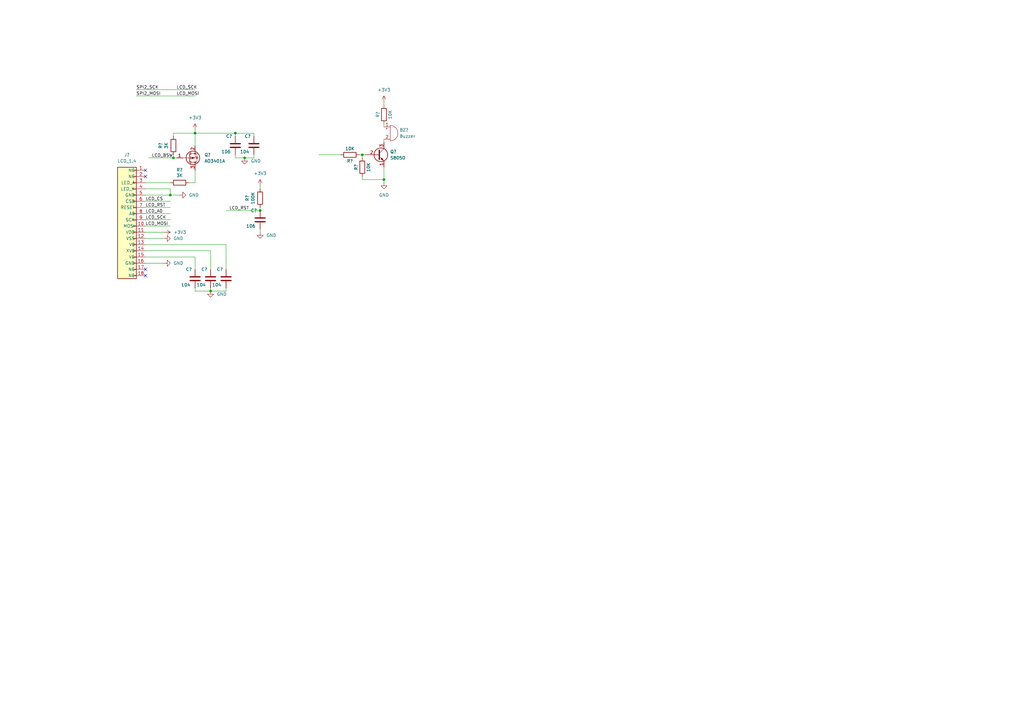
<source format=kicad_sch>
(kicad_sch (version 20211123) (generator eeschema)

  (uuid e63e39d7-6ac0-4ffd-8aa3-1841a4541b55)

  (paper "A3")

  (lib_symbols
    (symbol "Device:Buzzer" (pin_names (offset 0.0254) hide) (in_bom yes) (on_board yes)
      (property "Reference" "BZ" (id 0) (at 3.81 1.27 0)
        (effects (font (size 1.27 1.27)) (justify left))
      )
      (property "Value" "Buzzer" (id 1) (at 3.81 -1.27 0)
        (effects (font (size 1.27 1.27)) (justify left))
      )
      (property "Footprint" "" (id 2) (at -0.635 2.54 90)
        (effects (font (size 1.27 1.27)) hide)
      )
      (property "Datasheet" "~" (id 3) (at -0.635 2.54 90)
        (effects (font (size 1.27 1.27)) hide)
      )
      (property "ki_keywords" "quartz resonator ceramic" (id 4) (at 0 0 0)
        (effects (font (size 1.27 1.27)) hide)
      )
      (property "ki_description" "Buzzer, polarized" (id 5) (at 0 0 0)
        (effects (font (size 1.27 1.27)) hide)
      )
      (property "ki_fp_filters" "*Buzzer*" (id 6) (at 0 0 0)
        (effects (font (size 1.27 1.27)) hide)
      )
      (symbol "Buzzer_0_1"
        (arc (start 0 -3.175) (mid 3.175 0) (end 0 3.175)
          (stroke (width 0) (type default) (color 0 0 0 0))
          (fill (type none))
        )
        (polyline
          (pts
            (xy -1.651 1.905)
            (xy -1.143 1.905)
          )
          (stroke (width 0) (type default) (color 0 0 0 0))
          (fill (type none))
        )
        (polyline
          (pts
            (xy -1.397 2.159)
            (xy -1.397 1.651)
          )
          (stroke (width 0) (type default) (color 0 0 0 0))
          (fill (type none))
        )
        (polyline
          (pts
            (xy 0 3.175)
            (xy 0 -3.175)
          )
          (stroke (width 0) (type default) (color 0 0 0 0))
          (fill (type none))
        )
      )
      (symbol "Buzzer_1_1"
        (pin passive line (at -2.54 2.54 0) (length 2.54)
          (name "-" (effects (font (size 1.27 1.27))))
          (number "1" (effects (font (size 1.27 1.27))))
        )
        (pin passive line (at -2.54 -2.54 0) (length 2.54)
          (name "+" (effects (font (size 1.27 1.27))))
          (number "2" (effects (font (size 1.27 1.27))))
        )
      )
    )
    (symbol "Device:C" (pin_numbers hide) (pin_names (offset 0.254)) (in_bom yes) (on_board yes)
      (property "Reference" "C" (id 0) (at 0.635 2.54 0)
        (effects (font (size 1.27 1.27)) (justify left))
      )
      (property "Value" "C" (id 1) (at 0.635 -2.54 0)
        (effects (font (size 1.27 1.27)) (justify left))
      )
      (property "Footprint" "" (id 2) (at 0.9652 -3.81 0)
        (effects (font (size 1.27 1.27)) hide)
      )
      (property "Datasheet" "~" (id 3) (at 0 0 0)
        (effects (font (size 1.27 1.27)) hide)
      )
      (property "ki_keywords" "cap capacitor" (id 4) (at 0 0 0)
        (effects (font (size 1.27 1.27)) hide)
      )
      (property "ki_description" "Unpolarized capacitor" (id 5) (at 0 0 0)
        (effects (font (size 1.27 1.27)) hide)
      )
      (property "ki_fp_filters" "C_*" (id 6) (at 0 0 0)
        (effects (font (size 1.27 1.27)) hide)
      )
      (symbol "C_0_1"
        (polyline
          (pts
            (xy -2.032 -0.762)
            (xy 2.032 -0.762)
          )
          (stroke (width 0.508) (type default) (color 0 0 0 0))
          (fill (type none))
        )
        (polyline
          (pts
            (xy -2.032 0.762)
            (xy 2.032 0.762)
          )
          (stroke (width 0.508) (type default) (color 0 0 0 0))
          (fill (type none))
        )
      )
      (symbol "C_1_1"
        (pin passive line (at 0 3.81 270) (length 2.794)
          (name "~" (effects (font (size 1.27 1.27))))
          (number "1" (effects (font (size 1.27 1.27))))
        )
        (pin passive line (at 0 -3.81 90) (length 2.794)
          (name "~" (effects (font (size 1.27 1.27))))
          (number "2" (effects (font (size 1.27 1.27))))
        )
      )
    )
    (symbol "Device:R" (pin_numbers hide) (pin_names (offset 0)) (in_bom yes) (on_board yes)
      (property "Reference" "R" (id 0) (at 2.032 0 90)
        (effects (font (size 1.27 1.27)))
      )
      (property "Value" "R" (id 1) (at 0 0 90)
        (effects (font (size 1.27 1.27)))
      )
      (property "Footprint" "" (id 2) (at -1.778 0 90)
        (effects (font (size 1.27 1.27)) hide)
      )
      (property "Datasheet" "~" (id 3) (at 0 0 0)
        (effects (font (size 1.27 1.27)) hide)
      )
      (property "ki_keywords" "R res resistor" (id 4) (at 0 0 0)
        (effects (font (size 1.27 1.27)) hide)
      )
      (property "ki_description" "Resistor" (id 5) (at 0 0 0)
        (effects (font (size 1.27 1.27)) hide)
      )
      (property "ki_fp_filters" "R_*" (id 6) (at 0 0 0)
        (effects (font (size 1.27 1.27)) hide)
      )
      (symbol "R_0_1"
        (rectangle (start -1.016 -2.54) (end 1.016 2.54)
          (stroke (width 0.254) (type default) (color 0 0 0 0))
          (fill (type none))
        )
      )
      (symbol "R_1_1"
        (pin passive line (at 0 3.81 270) (length 1.27)
          (name "~" (effects (font (size 1.27 1.27))))
          (number "1" (effects (font (size 1.27 1.27))))
        )
        (pin passive line (at 0 -3.81 90) (length 1.27)
          (name "~" (effects (font (size 1.27 1.27))))
          (number "2" (effects (font (size 1.27 1.27))))
        )
      )
    )
    (symbol "Transistor_BJT:S8050" (pin_names (offset 0) hide) (in_bom yes) (on_board yes)
      (property "Reference" "Q" (id 0) (at 5.08 1.905 0)
        (effects (font (size 1.27 1.27)) (justify left))
      )
      (property "Value" "S8050" (id 1) (at 5.08 0 0)
        (effects (font (size 1.27 1.27)) (justify left))
      )
      (property "Footprint" "Package_TO_SOT_THT:TO-92_Inline" (id 2) (at 5.08 -1.905 0)
        (effects (font (size 1.27 1.27) italic) (justify left) hide)
      )
      (property "Datasheet" "http://www.unisonic.com.tw/datasheet/S8050.pdf" (id 3) (at 0 0 0)
        (effects (font (size 1.27 1.27)) (justify left) hide)
      )
      (property "ki_keywords" "S8050 NPN Low Voltage High Current Transistor" (id 4) (at 0 0 0)
        (effects (font (size 1.27 1.27)) hide)
      )
      (property "ki_description" "0.7A Ic, 20V Vce, Low Voltage High Current NPN Transistor, TO-92" (id 5) (at 0 0 0)
        (effects (font (size 1.27 1.27)) hide)
      )
      (property "ki_fp_filters" "TO?92*" (id 6) (at 0 0 0)
        (effects (font (size 1.27 1.27)) hide)
      )
      (symbol "S8050_0_1"
        (polyline
          (pts
            (xy 0 0)
            (xy 0.635 0)
          )
          (stroke (width 0) (type default) (color 0 0 0 0))
          (fill (type none))
        )
        (polyline
          (pts
            (xy 0.635 0.635)
            (xy 2.54 2.54)
          )
          (stroke (width 0) (type default) (color 0 0 0 0))
          (fill (type none))
        )
        (polyline
          (pts
            (xy 0.635 -0.635)
            (xy 2.54 -2.54)
            (xy 2.54 -2.54)
          )
          (stroke (width 0) (type default) (color 0 0 0 0))
          (fill (type none))
        )
        (polyline
          (pts
            (xy 0.635 1.905)
            (xy 0.635 -1.905)
            (xy 0.635 -1.905)
          )
          (stroke (width 0.508) (type default) (color 0 0 0 0))
          (fill (type none))
        )
        (polyline
          (pts
            (xy 1.27 -1.778)
            (xy 1.778 -1.27)
            (xy 2.286 -2.286)
            (xy 1.27 -1.778)
            (xy 1.27 -1.778)
          )
          (stroke (width 0) (type default) (color 0 0 0 0))
          (fill (type outline))
        )
        (circle (center 1.27 0) (radius 2.8194)
          (stroke (width 0.254) (type default) (color 0 0 0 0))
          (fill (type none))
        )
      )
      (symbol "S8050_1_1"
        (pin passive line (at 2.54 -5.08 90) (length 2.54)
          (name "E" (effects (font (size 1.27 1.27))))
          (number "1" (effects (font (size 1.27 1.27))))
        )
        (pin input line (at -5.08 0 0) (length 5.08)
          (name "B" (effects (font (size 1.27 1.27))))
          (number "2" (effects (font (size 1.27 1.27))))
        )
        (pin passive line (at 2.54 5.08 270) (length 2.54)
          (name "C" (effects (font (size 1.27 1.27))))
          (number "3" (effects (font (size 1.27 1.27))))
        )
      )
    )
    (symbol "Transistor_FET:AO3401A" (pin_names hide) (in_bom yes) (on_board yes)
      (property "Reference" "Q" (id 0) (at 5.08 1.905 0)
        (effects (font (size 1.27 1.27)) (justify left))
      )
      (property "Value" "AO3401A" (id 1) (at 5.08 0 0)
        (effects (font (size 1.27 1.27)) (justify left))
      )
      (property "Footprint" "Package_TO_SOT_SMD:SOT-23" (id 2) (at 5.08 -1.905 0)
        (effects (font (size 1.27 1.27) italic) (justify left) hide)
      )
      (property "Datasheet" "http://www.aosmd.com/pdfs/datasheet/AO3401A.pdf" (id 3) (at 0 0 0)
        (effects (font (size 1.27 1.27)) (justify left) hide)
      )
      (property "ki_keywords" "P-Channel MOSFET" (id 4) (at 0 0 0)
        (effects (font (size 1.27 1.27)) hide)
      )
      (property "ki_description" "-4.0A Id, -30V Vds, P-Channel MOSFET, SOT-23" (id 5) (at 0 0 0)
        (effects (font (size 1.27 1.27)) hide)
      )
      (property "ki_fp_filters" "SOT?23*" (id 6) (at 0 0 0)
        (effects (font (size 1.27 1.27)) hide)
      )
      (symbol "AO3401A_0_1"
        (polyline
          (pts
            (xy 0.254 0)
            (xy -2.54 0)
          )
          (stroke (width 0) (type default) (color 0 0 0 0))
          (fill (type none))
        )
        (polyline
          (pts
            (xy 0.254 1.905)
            (xy 0.254 -1.905)
          )
          (stroke (width 0.254) (type default) (color 0 0 0 0))
          (fill (type none))
        )
        (polyline
          (pts
            (xy 0.762 -1.27)
            (xy 0.762 -2.286)
          )
          (stroke (width 0.254) (type default) (color 0 0 0 0))
          (fill (type none))
        )
        (polyline
          (pts
            (xy 0.762 0.508)
            (xy 0.762 -0.508)
          )
          (stroke (width 0.254) (type default) (color 0 0 0 0))
          (fill (type none))
        )
        (polyline
          (pts
            (xy 0.762 2.286)
            (xy 0.762 1.27)
          )
          (stroke (width 0.254) (type default) (color 0 0 0 0))
          (fill (type none))
        )
        (polyline
          (pts
            (xy 2.54 2.54)
            (xy 2.54 1.778)
          )
          (stroke (width 0) (type default) (color 0 0 0 0))
          (fill (type none))
        )
        (polyline
          (pts
            (xy 2.54 -2.54)
            (xy 2.54 0)
            (xy 0.762 0)
          )
          (stroke (width 0) (type default) (color 0 0 0 0))
          (fill (type none))
        )
        (polyline
          (pts
            (xy 0.762 1.778)
            (xy 3.302 1.778)
            (xy 3.302 -1.778)
            (xy 0.762 -1.778)
          )
          (stroke (width 0) (type default) (color 0 0 0 0))
          (fill (type none))
        )
        (polyline
          (pts
            (xy 2.286 0)
            (xy 1.27 0.381)
            (xy 1.27 -0.381)
            (xy 2.286 0)
          )
          (stroke (width 0) (type default) (color 0 0 0 0))
          (fill (type outline))
        )
        (polyline
          (pts
            (xy 2.794 -0.508)
            (xy 2.921 -0.381)
            (xy 3.683 -0.381)
            (xy 3.81 -0.254)
          )
          (stroke (width 0) (type default) (color 0 0 0 0))
          (fill (type none))
        )
        (polyline
          (pts
            (xy 3.302 -0.381)
            (xy 2.921 0.254)
            (xy 3.683 0.254)
            (xy 3.302 -0.381)
          )
          (stroke (width 0) (type default) (color 0 0 0 0))
          (fill (type none))
        )
        (circle (center 1.651 0) (radius 2.794)
          (stroke (width 0.254) (type default) (color 0 0 0 0))
          (fill (type none))
        )
        (circle (center 2.54 -1.778) (radius 0.254)
          (stroke (width 0) (type default) (color 0 0 0 0))
          (fill (type outline))
        )
        (circle (center 2.54 1.778) (radius 0.254)
          (stroke (width 0) (type default) (color 0 0 0 0))
          (fill (type outline))
        )
      )
      (symbol "AO3401A_1_1"
        (pin input line (at -5.08 0 0) (length 2.54)
          (name "G" (effects (font (size 1.27 1.27))))
          (number "1" (effects (font (size 1.27 1.27))))
        )
        (pin passive line (at 2.54 -5.08 90) (length 2.54)
          (name "S" (effects (font (size 1.27 1.27))))
          (number "2" (effects (font (size 1.27 1.27))))
        )
        (pin passive line (at 2.54 5.08 270) (length 2.54)
          (name "D" (effects (font (size 1.27 1.27))))
          (number "3" (effects (font (size 1.27 1.27))))
        )
      )
    )
    (symbol "liankest:LCD_1.4" (in_bom yes) (on_board yes)
      (property "Reference" "J" (id 0) (at 0 22.86 0)
        (effects (font (size 1.27 1.27)))
      )
      (property "Value" "LCD_1.4" (id 1) (at 0 -25.4 0)
        (effects (font (size 1.27 1.27)))
      )
      (property "Footprint" "" (id 2) (at -2.54 0 0)
        (effects (font (size 1.27 1.27)) hide)
      )
      (property "Datasheet" "" (id 3) (at -2.54 0 0)
        (effects (font (size 1.27 1.27)) hide)
      )
      (symbol "LCD_1.4_1_1"
        (rectangle (start -3.81 -22.733) (end -2.54 -22.987)
          (stroke (width 0.1524) (type default) (color 0 0 0 0))
          (fill (type none))
        )
        (rectangle (start -3.81 -20.193) (end -2.54 -20.447)
          (stroke (width 0.1524) (type default) (color 0 0 0 0))
          (fill (type none))
        )
        (rectangle (start -3.81 -17.653) (end -2.54 -17.907)
          (stroke (width 0.1524) (type default) (color 0 0 0 0))
          (fill (type none))
        )
        (rectangle (start -3.81 -15.113) (end -2.54 -15.367)
          (stroke (width 0.1524) (type default) (color 0 0 0 0))
          (fill (type none))
        )
        (rectangle (start -3.81 -12.573) (end -2.54 -12.827)
          (stroke (width 0.1524) (type default) (color 0 0 0 0))
          (fill (type none))
        )
        (rectangle (start -3.81 -10.033) (end -2.54 -10.287)
          (stroke (width 0.1524) (type default) (color 0 0 0 0))
          (fill (type none))
        )
        (rectangle (start -3.81 -7.493) (end -2.54 -7.747)
          (stroke (width 0.1524) (type default) (color 0 0 0 0))
          (fill (type none))
        )
        (rectangle (start -3.81 -4.953) (end -2.54 -5.207)
          (stroke (width 0.1524) (type default) (color 0 0 0 0))
          (fill (type none))
        )
        (rectangle (start -3.81 -2.413) (end -2.54 -2.667)
          (stroke (width 0.1524) (type default) (color 0 0 0 0))
          (fill (type none))
        )
        (rectangle (start -3.81 0.127) (end -2.54 -0.127)
          (stroke (width 0.1524) (type default) (color 0 0 0 0))
          (fill (type none))
        )
        (rectangle (start -3.81 2.667) (end -2.54 2.413)
          (stroke (width 0.1524) (type default) (color 0 0 0 0))
          (fill (type none))
        )
        (rectangle (start -3.81 5.207) (end -2.54 4.953)
          (stroke (width 0.1524) (type default) (color 0 0 0 0))
          (fill (type none))
        )
        (rectangle (start -3.81 7.747) (end -2.54 7.493)
          (stroke (width 0.1524) (type default) (color 0 0 0 0))
          (fill (type none))
        )
        (rectangle (start -3.81 10.287) (end -2.54 10.033)
          (stroke (width 0.1524) (type default) (color 0 0 0 0))
          (fill (type none))
        )
        (rectangle (start -3.81 12.827) (end -2.54 12.573)
          (stroke (width 0.1524) (type default) (color 0 0 0 0))
          (fill (type none))
        )
        (rectangle (start -3.81 15.367) (end -2.54 15.113)
          (stroke (width 0.1524) (type default) (color 0 0 0 0))
          (fill (type none))
        )
        (rectangle (start -3.81 17.907) (end -2.54 17.653)
          (stroke (width 0.1524) (type default) (color 0 0 0 0))
          (fill (type none))
        )
        (rectangle (start -3.81 20.447) (end -2.54 20.193)
          (stroke (width 0.1524) (type default) (color 0 0 0 0))
          (fill (type none))
        )
        (rectangle (start -3.81 21.59) (end 3.81 -24.13)
          (stroke (width 0.254) (type default) (color 0 0 0 0))
          (fill (type background))
        )
        (pin passive line (at -7.62 20.32 0) (length 3.81)
          (name "NC" (effects (font (size 1.27 1.27))))
          (number "1" (effects (font (size 1.27 1.27))))
        )
        (pin passive line (at -7.62 -2.54 0) (length 3.81)
          (name "MOSI" (effects (font (size 1.27 1.27))))
          (number "10" (effects (font (size 1.27 1.27))))
        )
        (pin passive line (at -7.62 -5.08 0) (length 3.81)
          (name "VDD" (effects (font (size 1.27 1.27))))
          (number "11" (effects (font (size 1.27 1.27))))
        )
        (pin passive line (at -7.62 -7.62 0) (length 3.81)
          (name "VSS" (effects (font (size 1.27 1.27))))
          (number "12" (effects (font (size 1.27 1.27))))
        )
        (pin passive line (at -7.62 -10.16 0) (length 3.81)
          (name "V0" (effects (font (size 1.27 1.27))))
          (number "13" (effects (font (size 1.27 1.27))))
        )
        (pin passive line (at -7.62 -12.7 0) (length 3.81)
          (name "XV0" (effects (font (size 1.27 1.27))))
          (number "14" (effects (font (size 1.27 1.27))))
        )
        (pin passive line (at -7.62 -15.24 0) (length 3.81)
          (name "VG" (effects (font (size 1.27 1.27))))
          (number "15" (effects (font (size 1.27 1.27))))
        )
        (pin passive line (at -7.62 -17.78 0) (length 3.81)
          (name "GND" (effects (font (size 1.27 1.27))))
          (number "16" (effects (font (size 1.27 1.27))))
        )
        (pin passive line (at -7.62 -20.32 0) (length 3.81)
          (name "NC" (effects (font (size 1.27 1.27))))
          (number "17" (effects (font (size 1.27 1.27))))
        )
        (pin passive line (at -7.62 -22.86 0) (length 3.81)
          (name "NC" (effects (font (size 1.27 1.27))))
          (number "18" (effects (font (size 1.27 1.27))))
        )
        (pin passive line (at -7.62 17.78 0) (length 3.81)
          (name "NC" (effects (font (size 1.27 1.27))))
          (number "2" (effects (font (size 1.27 1.27))))
        )
        (pin passive line (at -7.62 15.24 0) (length 3.81)
          (name "LED_A" (effects (font (size 1.27 1.27))))
          (number "3" (effects (font (size 1.27 1.27))))
        )
        (pin passive line (at -7.62 12.7 0) (length 3.81)
          (name "LED_K" (effects (font (size 1.27 1.27))))
          (number "4" (effects (font (size 1.27 1.27))))
        )
        (pin passive line (at -7.62 10.16 0) (length 3.81)
          (name "GND" (effects (font (size 1.27 1.27))))
          (number "5" (effects (font (size 1.27 1.27))))
        )
        (pin passive line (at -7.62 7.62 0) (length 3.81)
          (name "CSB" (effects (font (size 1.27 1.27))))
          (number "6" (effects (font (size 1.27 1.27))))
        )
        (pin passive line (at -7.62 5.08 0) (length 3.81)
          (name "RESET" (effects (font (size 1.27 1.27))))
          (number "7" (effects (font (size 1.27 1.27))))
        )
        (pin passive line (at -7.62 2.54 0) (length 3.81)
          (name "A0" (effects (font (size 1.27 1.27))))
          (number "8" (effects (font (size 1.27 1.27))))
        )
        (pin passive line (at -7.62 0 0) (length 3.81)
          (name "SCK" (effects (font (size 1.27 1.27))))
          (number "9" (effects (font (size 1.27 1.27))))
        )
      )
    )
    (symbol "power:+3V3" (power) (pin_names (offset 0)) (in_bom yes) (on_board yes)
      (property "Reference" "#PWR" (id 0) (at 0 -3.81 0)
        (effects (font (size 1.27 1.27)) hide)
      )
      (property "Value" "+3V3" (id 1) (at 0 3.556 0)
        (effects (font (size 1.27 1.27)))
      )
      (property "Footprint" "" (id 2) (at 0 0 0)
        (effects (font (size 1.27 1.27)) hide)
      )
      (property "Datasheet" "" (id 3) (at 0 0 0)
        (effects (font (size 1.27 1.27)) hide)
      )
      (property "ki_keywords" "power-flag" (id 4) (at 0 0 0)
        (effects (font (size 1.27 1.27)) hide)
      )
      (property "ki_description" "Power symbol creates a global label with name \"+3V3\"" (id 5) (at 0 0 0)
        (effects (font (size 1.27 1.27)) hide)
      )
      (symbol "+3V3_0_1"
        (polyline
          (pts
            (xy -0.762 1.27)
            (xy 0 2.54)
          )
          (stroke (width 0) (type default) (color 0 0 0 0))
          (fill (type none))
        )
        (polyline
          (pts
            (xy 0 0)
            (xy 0 2.54)
          )
          (stroke (width 0) (type default) (color 0 0 0 0))
          (fill (type none))
        )
        (polyline
          (pts
            (xy 0 2.54)
            (xy 0.762 1.27)
          )
          (stroke (width 0) (type default) (color 0 0 0 0))
          (fill (type none))
        )
      )
      (symbol "+3V3_1_1"
        (pin power_in line (at 0 0 90) (length 0) hide
          (name "+3V3" (effects (font (size 1.27 1.27))))
          (number "1" (effects (font (size 1.27 1.27))))
        )
      )
    )
    (symbol "power:GND" (power) (pin_names (offset 0)) (in_bom yes) (on_board yes)
      (property "Reference" "#PWR" (id 0) (at 0 -6.35 0)
        (effects (font (size 1.27 1.27)) hide)
      )
      (property "Value" "GND" (id 1) (at 0 -3.81 0)
        (effects (font (size 1.27 1.27)))
      )
      (property "Footprint" "" (id 2) (at 0 0 0)
        (effects (font (size 1.27 1.27)) hide)
      )
      (property "Datasheet" "" (id 3) (at 0 0 0)
        (effects (font (size 1.27 1.27)) hide)
      )
      (property "ki_keywords" "power-flag" (id 4) (at 0 0 0)
        (effects (font (size 1.27 1.27)) hide)
      )
      (property "ki_description" "Power symbol creates a global label with name \"GND\" , ground" (id 5) (at 0 0 0)
        (effects (font (size 1.27 1.27)) hide)
      )
      (symbol "GND_0_1"
        (polyline
          (pts
            (xy 0 0)
            (xy 0 -1.27)
            (xy 1.27 -1.27)
            (xy 0 -2.54)
            (xy -1.27 -1.27)
            (xy 0 -1.27)
          )
          (stroke (width 0) (type default) (color 0 0 0 0))
          (fill (type none))
        )
      )
      (symbol "GND_1_1"
        (pin power_in line (at 0 0 270) (length 0) hide
          (name "GND" (effects (font (size 1.27 1.27))))
          (number "1" (effects (font (size 1.27 1.27))))
        )
      )
    )
  )

  (junction (at 80.01 54.61) (diameter 0) (color 0 0 0 0)
    (uuid 0d993e48-cea3-4104-9c5a-d8f97b64a3ac)
  )
  (junction (at 100.33 64.77) (diameter 0) (color 0 0 0 0)
    (uuid 12c8f4c9-cb79-4390-b96c-a717c693de17)
  )
  (junction (at 71.12 64.77) (diameter 0) (color 0 0 0 0)
    (uuid 18f1018d-5857-4c32-a072-f3de80352f74)
  )
  (junction (at 148.59 63.5) (diameter 0) (color 0 0 0 0)
    (uuid 42ff79f5-7aba-4233-be21-4072d4762c22)
  )
  (junction (at 106.68 86.36) (diameter 0) (color 0 0 0 0)
    (uuid 4d2fd49e-2cb2-44d4-8935-68488970d97b)
  )
  (junction (at 69.85 80.01) (diameter 0) (color 0 0 0 0)
    (uuid 7668b629-abd6-4e14-be84-df90ae487fc6)
  )
  (junction (at 157.48 73.66) (diameter 0) (color 0 0 0 0)
    (uuid 8b17bf9b-ceaa-4b5b-9470-7691c81aa79a)
  )
  (junction (at 96.52 54.61) (diameter 0) (color 0 0 0 0)
    (uuid ca6e2466-a90a-4dab-be16-b070610e5087)
  )
  (junction (at 86.36 119.38) (diameter 0) (color 0 0 0 0)
    (uuid e8274862-c966-456a-98d5-9c42f72963c1)
  )

  (no_connect (at 59.69 113.03) (uuid 6ae963fb-e34f-4e11-9adf-78839a5b2ef1))
  (no_connect (at 59.69 69.85) (uuid bd085057-7c0e-463a-982b-968a2dc1f0f8))
  (no_connect (at 59.69 72.39) (uuid c66a19ed-90c0-4502-ae75-6a4c4ab9f297))
  (no_connect (at 59.69 110.49) (uuid d45d1afe-78e6-4045-862c-b274469da903))

  (wire (pts (xy 157.48 50.8) (xy 157.48 52.07))
    (stroke (width 0) (type default) (color 0 0 0 0))
    (uuid 100d2a3a-3563-41d1-8d8a-ddb39323c253)
  )
  (wire (pts (xy 148.59 72.39) (xy 148.59 73.66))
    (stroke (width 0) (type default) (color 0 0 0 0))
    (uuid 1038bc53-99de-4b70-8cfd-480964829b95)
  )
  (wire (pts (xy 100.33 64.77) (xy 104.14 64.77))
    (stroke (width 0) (type default) (color 0 0 0 0))
    (uuid 12f8e43c-8f83-48d3-a9b5-5f3ebc0b6c43)
  )
  (wire (pts (xy 148.59 63.5) (xy 149.86 63.5))
    (stroke (width 0) (type default) (color 0 0 0 0))
    (uuid 1c0ca95e-1ebf-4fcc-b5f0-fb87d0329255)
  )
  (wire (pts (xy 96.52 63.5) (xy 96.52 64.77))
    (stroke (width 0) (type default) (color 0 0 0 0))
    (uuid 1cc5480b-56b7-4379-98e2-ccafc88911a7)
  )
  (wire (pts (xy 86.36 118.11) (xy 86.36 119.38))
    (stroke (width 0) (type default) (color 0 0 0 0))
    (uuid 2028d85e-9e27-4758-8c0b-559fad072813)
  )
  (wire (pts (xy 80.01 54.61) (xy 71.12 54.61))
    (stroke (width 0) (type default) (color 0 0 0 0))
    (uuid 20901d7e-a300-4069-8967-a6a7e97a68bc)
  )
  (wire (pts (xy 55.88 36.83) (xy 80.01 36.83))
    (stroke (width 0) (type default) (color 0 0 0 0))
    (uuid 22962957-1efd-404d-83db-5b233b6c15b0)
  )
  (wire (pts (xy 106.68 93.98) (xy 106.68 95.25))
    (stroke (width 0) (type default) (color 0 0 0 0))
    (uuid 22c28634-55a5-4f76-9217-6b70ddd108b8)
  )
  (wire (pts (xy 69.85 77.47) (xy 69.85 80.01))
    (stroke (width 0) (type default) (color 0 0 0 0))
    (uuid 275b6416-db29-42cc-9307-bf426917c3b4)
  )
  (wire (pts (xy 80.01 54.61) (xy 80.01 59.69))
    (stroke (width 0) (type default) (color 0 0 0 0))
    (uuid 29126f72-63f7-4275-8b12-6b96a71c6f17)
  )
  (wire (pts (xy 59.69 100.33) (xy 92.71 100.33))
    (stroke (width 0) (type default) (color 0 0 0 0))
    (uuid 291935ec-f8ff-41f0-8717-e68b8af7b8c1)
  )
  (wire (pts (xy 59.69 82.55) (xy 69.85 82.55))
    (stroke (width 0) (type default) (color 0 0 0 0))
    (uuid 31bfc3e7-147b-4531-a0c5-e3a305c1647d)
  )
  (wire (pts (xy 80.01 105.41) (xy 80.01 110.49))
    (stroke (width 0) (type default) (color 0 0 0 0))
    (uuid 363189af-2faa-46a4-b025-5a779d801f2e)
  )
  (wire (pts (xy 69.85 80.01) (xy 73.66 80.01))
    (stroke (width 0) (type default) (color 0 0 0 0))
    (uuid 37657eee-b379-4145-b65d-79c82b53e49e)
  )
  (wire (pts (xy 59.69 80.01) (xy 69.85 80.01))
    (stroke (width 0) (type default) (color 0 0 0 0))
    (uuid 3c22d605-7855-4cc6-8ad2-906cadbd02dc)
  )
  (wire (pts (xy 59.69 85.09) (xy 69.85 85.09))
    (stroke (width 0) (type default) (color 0 0 0 0))
    (uuid 3e87b259-dfc1-4885-8dcf-7e7ae39674ed)
  )
  (wire (pts (xy 86.36 119.38) (xy 80.01 119.38))
    (stroke (width 0) (type default) (color 0 0 0 0))
    (uuid 406d491e-5b01-46dc-a768-fd0992cdb346)
  )
  (wire (pts (xy 92.71 118.11) (xy 92.71 119.38))
    (stroke (width 0) (type default) (color 0 0 0 0))
    (uuid 44b926bf-8bdd-4191-846d-2dfabab2cecb)
  )
  (wire (pts (xy 59.69 102.87) (xy 86.36 102.87))
    (stroke (width 0) (type default) (color 0 0 0 0))
    (uuid 49a65079-57a9-46fc-8711-1d7f2cab8dbf)
  )
  (wire (pts (xy 80.01 74.93) (xy 77.47 74.93))
    (stroke (width 0) (type default) (color 0 0 0 0))
    (uuid 4bbde53d-6894-4e18-9480-84a6a26d5f6b)
  )
  (wire (pts (xy 92.71 119.38) (xy 86.36 119.38))
    (stroke (width 0) (type default) (color 0 0 0 0))
    (uuid 58126faf-01a4-4f91-8e8c-ca9e47b48048)
  )
  (wire (pts (xy 59.69 95.25) (xy 67.31 95.25))
    (stroke (width 0) (type default) (color 0 0 0 0))
    (uuid 5bab6a37-1fdf-4cf8-b571-44c962ed86e9)
  )
  (wire (pts (xy 104.14 64.77) (xy 104.14 63.5))
    (stroke (width 0) (type default) (color 0 0 0 0))
    (uuid 5f38bdb2-3657-474e-8e86-d6bb0b298110)
  )
  (wire (pts (xy 157.48 73.66) (xy 157.48 74.93))
    (stroke (width 0) (type default) (color 0 0 0 0))
    (uuid 603fc6dd-4690-4fc8-8b44-56d17ed63c5e)
  )
  (wire (pts (xy 80.01 119.38) (xy 80.01 118.11))
    (stroke (width 0) (type default) (color 0 0 0 0))
    (uuid 722636b6-8ff0-452f-9357-23deb317d921)
  )
  (wire (pts (xy 148.59 63.5) (xy 148.59 64.77))
    (stroke (width 0) (type default) (color 0 0 0 0))
    (uuid 76160d84-5901-4339-b303-3b1762fa2db1)
  )
  (wire (pts (xy 96.52 54.61) (xy 96.52 55.88))
    (stroke (width 0) (type default) (color 0 0 0 0))
    (uuid 7bea05d4-1dec-4cd6-aa53-302dde803254)
  )
  (wire (pts (xy 59.69 87.63) (xy 69.85 87.63))
    (stroke (width 0) (type default) (color 0 0 0 0))
    (uuid 7f064424-06a6-4f5b-87d6-1970ae527766)
  )
  (wire (pts (xy 96.52 54.61) (xy 104.14 54.61))
    (stroke (width 0) (type default) (color 0 0 0 0))
    (uuid 851f3d61-ba3b-4e6e-abd4-cafa4d9b64cb)
  )
  (wire (pts (xy 86.36 102.87) (xy 86.36 110.49))
    (stroke (width 0) (type default) (color 0 0 0 0))
    (uuid 87ba184f-bff5-4989-8217-6af375cc3dd8)
  )
  (wire (pts (xy 59.69 105.41) (xy 80.01 105.41))
    (stroke (width 0) (type default) (color 0 0 0 0))
    (uuid 88deea08-baa5-4041-beb7-01c299cf00e6)
  )
  (wire (pts (xy 71.12 63.5) (xy 71.12 64.77))
    (stroke (width 0) (type default) (color 0 0 0 0))
    (uuid 8bd46048-cab7-4adf-af9a-bc2710c1894c)
  )
  (wire (pts (xy 55.88 39.37) (xy 80.01 39.37))
    (stroke (width 0) (type default) (color 0 0 0 0))
    (uuid 8eb98c56-17e4-4de6-a3e3-06dcfa392040)
  )
  (wire (pts (xy 59.69 74.93) (xy 69.85 74.93))
    (stroke (width 0) (type default) (color 0 0 0 0))
    (uuid 91fc5800-6029-46b1-848d-ca0091f97267)
  )
  (wire (pts (xy 59.69 107.95) (xy 67.31 107.95))
    (stroke (width 0) (type default) (color 0 0 0 0))
    (uuid 92f063a3-7cce-4a96-8a3a-cf5767f700c6)
  )
  (wire (pts (xy 96.52 64.77) (xy 100.33 64.77))
    (stroke (width 0) (type default) (color 0 0 0 0))
    (uuid 9a8ad8bb-d9a9-4b2b-bc88-ea6fd2676d45)
  )
  (wire (pts (xy 157.48 41.91) (xy 157.48 43.18))
    (stroke (width 0) (type default) (color 0 0 0 0))
    (uuid a456bd40-b2fd-424c-b931-b7b320bd8eee)
  )
  (wire (pts (xy 104.14 54.61) (xy 104.14 55.88))
    (stroke (width 0) (type default) (color 0 0 0 0))
    (uuid a5362821-c161-4c7a-a00c-40e1d7472d56)
  )
  (wire (pts (xy 59.69 97.79) (xy 67.31 97.79))
    (stroke (width 0) (type default) (color 0 0 0 0))
    (uuid ad4d05f5-6957-42f8-b65c-c657b9a26485)
  )
  (wire (pts (xy 80.01 54.61) (xy 96.52 54.61))
    (stroke (width 0) (type default) (color 0 0 0 0))
    (uuid af186015-d283-4209-aade-a247e5de01df)
  )
  (wire (pts (xy 157.48 68.58) (xy 157.48 73.66))
    (stroke (width 0) (type default) (color 0 0 0 0))
    (uuid b6830578-f2fe-492b-aac6-727ca18df6ba)
  )
  (wire (pts (xy 59.69 77.47) (xy 69.85 77.47))
    (stroke (width 0) (type default) (color 0 0 0 0))
    (uuid bb8162f0-99c8-4884-be5b-c0d0c7e81ff6)
  )
  (wire (pts (xy 80.01 53.34) (xy 80.01 54.61))
    (stroke (width 0) (type default) (color 0 0 0 0))
    (uuid c8ab8246-b2bb-4b06-b45e-2548482466fd)
  )
  (wire (pts (xy 71.12 54.61) (xy 71.12 55.88))
    (stroke (width 0) (type default) (color 0 0 0 0))
    (uuid cf21dfe3-ab4f-4ad9-b7cf-dc892d833b13)
  )
  (wire (pts (xy 148.59 73.66) (xy 157.48 73.66))
    (stroke (width 0) (type default) (color 0 0 0 0))
    (uuid da4ad6f3-5f0a-4c19-ae8d-5aa0f1ec37b7)
  )
  (wire (pts (xy 71.12 64.77) (xy 72.39 64.77))
    (stroke (width 0) (type default) (color 0 0 0 0))
    (uuid db1ed10a-ef86-43bf-93dc-9be76327f6d2)
  )
  (wire (pts (xy 147.32 63.5) (xy 148.59 63.5))
    (stroke (width 0) (type default) (color 0 0 0 0))
    (uuid de4015a2-9976-423c-a677-778e53a0caa0)
  )
  (wire (pts (xy 92.71 100.33) (xy 92.71 110.49))
    (stroke (width 0) (type default) (color 0 0 0 0))
    (uuid de552ae9-cde6-4643-8cc7-9de2579dadae)
  )
  (wire (pts (xy 60.96 64.77) (xy 71.12 64.77))
    (stroke (width 0) (type default) (color 0 0 0 0))
    (uuid e70d061b-28f0-4421-ad15-0598604086e8)
  )
  (wire (pts (xy 106.68 76.2) (xy 106.68 77.47))
    (stroke (width 0) (type default) (color 0 0 0 0))
    (uuid eaa0d51a-ee4e-4d3a-a801-bddb7027e94c)
  )
  (wire (pts (xy 92.71 86.36) (xy 106.68 86.36))
    (stroke (width 0) (type default) (color 0 0 0 0))
    (uuid f220d6a7-3170-4e04-8de6-2df0c3962fe0)
  )
  (wire (pts (xy 80.01 69.85) (xy 80.01 74.93))
    (stroke (width 0) (type default) (color 0 0 0 0))
    (uuid f23ac723-a36d-491d-9473-7ec0ffed332d)
  )
  (wire (pts (xy 59.69 90.17) (xy 69.85 90.17))
    (stroke (width 0) (type default) (color 0 0 0 0))
    (uuid f67bbef3-6f59-49ba-8890-d1f9dc9f9ad6)
  )
  (wire (pts (xy 130.81 63.5) (xy 139.7 63.5))
    (stroke (width 0) (type default) (color 0 0 0 0))
    (uuid f8db0788-75ad-42bb-8a8f-72f43869f52c)
  )
  (wire (pts (xy 106.68 85.09) (xy 106.68 86.36))
    (stroke (width 0) (type default) (color 0 0 0 0))
    (uuid f934a442-23d6-4e5b-908f-bb9199ad6f8b)
  )
  (wire (pts (xy 157.48 57.15) (xy 157.48 58.42))
    (stroke (width 0) (type default) (color 0 0 0 0))
    (uuid fbea2f66-5919-46cb-88a8-1e85e390f5d3)
  )
  (wire (pts (xy 59.69 92.71) (xy 69.85 92.71))
    (stroke (width 0) (type default) (color 0 0 0 0))
    (uuid fe6d9604-2924-4f38-950b-a31e8a281973)
  )

  (label "LCD_SCK" (at 72.39 36.83 0)
    (effects (font (size 1.27 1.27)) (justify left bottom))
    (uuid 0554bea0-89b2-4e25-9ea3-4c73921c94cb)
  )
  (label "LCD_A0" (at 59.69 87.63 0)
    (effects (font (size 1.27 1.27)) (justify left bottom))
    (uuid 254f7cc6-cee1-44ca-9afe-939b318201aa)
  )
  (label "LCD_RST" (at 93.98 86.36 0)
    (effects (font (size 1.27 1.27)) (justify left bottom))
    (uuid 386faf3f-2adf-472a-84bf-bd511edf2429)
  )
  (label "LCD_SCK" (at 59.69 90.17 0)
    (effects (font (size 1.27 1.27)) (justify left bottom))
    (uuid 5f48b0f2-82cf-40ce-afac-440f97643c36)
  )
  (label "LCD_CS" (at 59.69 82.55 0)
    (effects (font (size 1.27 1.27)) (justify left bottom))
    (uuid 73ee7e03-97a8-4121-b568-c25f3934a935)
  )
  (label "SPI2_SCK" (at 55.88 36.83 0)
    (effects (font (size 1.27 1.27)) (justify left bottom))
    (uuid 88606262-3ac5-44a1-aacc-18b26cf4d396)
  )
  (label "SPI2_MOSI" (at 55.88 39.37 0)
    (effects (font (size 1.27 1.27)) (justify left bottom))
    (uuid 8d063f79-9282-4820-bcf4-1ff3c006cf08)
  )
  (label "LCD_BSW" (at 62.23 64.77 0)
    (effects (font (size 1.27 1.27)) (justify left bottom))
    (uuid 992a2b00-5e28-4edd-88b5-994891512d8d)
  )
  (label "LCD_RST" (at 59.69 85.09 0)
    (effects (font (size 1.27 1.27)) (justify left bottom))
    (uuid ba116096-3ccc-4cc8-a185-5325439e4e24)
  )
  (label "LCD_MOSI" (at 72.39 39.37 0)
    (effects (font (size 1.27 1.27)) (justify left bottom))
    (uuid cd1cff81-9d8a-4511-96d6-4ddb79484001)
  )
  (label "LCD_MOSI" (at 59.69 92.71 0)
    (effects (font (size 1.27 1.27)) (justify left bottom))
    (uuid f503ea07-bcf1-4924-930a-6f7e9cd312f8)
  )

  (symbol (lib_id "Device:C") (at 92.71 114.3 0) (unit 1)
    (in_bom yes) (on_board yes)
    (uuid 0b110cbc-e477-4bdc-9c81-26a3d588d354)
    (property "Reference" "C?" (id 0) (at 90.17 110.49 0))
    (property "Value" "104" (id 1) (at 88.9 116.84 0))
    (property "Footprint" "Capacitor_SMD:C_0603_1608Metric" (id 2) (at 93.6752 118.11 0)
      (effects (font (size 1.27 1.27)) hide)
    )
    (property "Datasheet" "~" (id 3) (at 92.71 114.3 0)
      (effects (font (size 1.27 1.27)) hide)
    )
    (pin "1" (uuid 044de712-d3da-40ed-9c9f-d91ef285c74c))
    (pin "2" (uuid 83e349fb-6338-43f9-ad3f-2e7f4b8bb4a9))
  )

  (symbol (lib_id "Device:Buzzer") (at 160.02 54.61 0) (unit 1)
    (in_bom yes) (on_board yes) (fields_autoplaced)
    (uuid 1d9e652f-f434-4f26-b3a7-c8424bc52deb)
    (property "Reference" "BZ?" (id 0) (at 163.83 53.3399 0)
      (effects (font (size 1.27 1.27)) (justify left))
    )
    (property "Value" "Buzzer" (id 1) (at 163.83 55.8799 0)
      (effects (font (size 1.27 1.27)) (justify left))
    )
    (property "Footprint" "" (id 2) (at 159.385 52.07 90)
      (effects (font (size 1.27 1.27)) hide)
    )
    (property "Datasheet" "~" (id 3) (at 159.385 52.07 90)
      (effects (font (size 1.27 1.27)) hide)
    )
    (pin "1" (uuid c3341a14-6e90-4cd3-abd7-f1075701d173))
    (pin "2" (uuid 3cd8e57b-7a37-486d-aa9c-3968fc216d22))
  )

  (symbol (lib_id "power:+3V3") (at 106.68 76.2 0) (unit 1)
    (in_bom yes) (on_board yes) (fields_autoplaced)
    (uuid 2518d4ea-25cc-4e57-a0d6-8482034e7318)
    (property "Reference" "#PWR?" (id 0) (at 106.68 80.01 0)
      (effects (font (size 1.27 1.27)) hide)
    )
    (property "Value" "+3V3" (id 1) (at 106.68 71.12 0))
    (property "Footprint" "" (id 2) (at 106.68 76.2 0)
      (effects (font (size 1.27 1.27)) hide)
    )
    (property "Datasheet" "" (id 3) (at 106.68 76.2 0)
      (effects (font (size 1.27 1.27)) hide)
    )
    (pin "1" (uuid e69c64f9-717d-4a97-b3df-80325ec2fa63))
  )

  (symbol (lib_id "liankest:LCD_1.4") (at 52.07 90.17 0) (mirror y) (unit 1)
    (in_bom yes) (on_board yes) (fields_autoplaced)
    (uuid 319c683d-aed6-4e7d-aee2-ff9871746d52)
    (property "Reference" "J?" (id 0) (at 52.07 63.5 0))
    (property "Value" "LCD_1.4" (id 1) (at 52.07 66.04 0))
    (property "Footprint" "" (id 2) (at 54.61 90.17 0)
      (effects (font (size 1.27 1.27)) hide)
    )
    (property "Datasheet" "" (id 3) (at 54.61 90.17 0)
      (effects (font (size 1.27 1.27)) hide)
    )
    (pin "1" (uuid 2f3fba7a-cf45-4bd8-9035-07e6fa0b4732))
    (pin "10" (uuid cb1a49ef-0a06-4f40-9008-61d1d1c36198))
    (pin "11" (uuid 0f0f7bb5-ade7-4a81-82b4-43be6a8ad05c))
    (pin "12" (uuid 5e6153e6-2c19-46de-9a8e-b310a2a07861))
    (pin "13" (uuid 4346fe55-f906-453a-b81a-1c013104a598))
    (pin "14" (uuid c512fed3-9770-476b-b048-e781b4f3cd72))
    (pin "15" (uuid 56d2bc5d-fd72-4542-ab0f-053a5fd60efa))
    (pin "16" (uuid 09bbea88-8bd7-48ec-baae-1b4a9a11a40e))
    (pin "17" (uuid 41c18011-40db-4384-9ba4-c0158d0d9d6a))
    (pin "18" (uuid 0fb27e11-fde6-4a25-adbb-e9684771b369))
    (pin "2" (uuid 08ec951f-e7eb-41cf-9589-697107a98e88))
    (pin "3" (uuid 2eea20e6-112c-411a-b615-885ae773135a))
    (pin "4" (uuid 49fec31e-3712-4229-8142-b191d90a97d0))
    (pin "5" (uuid 022502e0-e724-4b75-bc35-3c5984dbeb76))
    (pin "6" (uuid d655bb0a-cbf9-4908-ad60-7024ff468fbd))
    (pin "7" (uuid 9f969b13-1795-4747-8326-93bdc304ed56))
    (pin "8" (uuid b9d4de74-d246-495d-8b63-12ab2133d6d6))
    (pin "9" (uuid 66ca01b3-51ff-4294-9b77-4492e98f6aec))
  )

  (symbol (lib_id "Device:C") (at 86.36 114.3 0) (unit 1)
    (in_bom yes) (on_board yes)
    (uuid 3f96e159-1f3b-4ee7-a46e-e60d78f2137a)
    (property "Reference" "C?" (id 0) (at 83.82 110.49 0))
    (property "Value" "104" (id 1) (at 82.55 116.84 0))
    (property "Footprint" "Capacitor_SMD:C_0603_1608Metric" (id 2) (at 87.3252 118.11 0)
      (effects (font (size 1.27 1.27)) hide)
    )
    (property "Datasheet" "~" (id 3) (at 86.36 114.3 0)
      (effects (font (size 1.27 1.27)) hide)
    )
    (pin "1" (uuid 77aa6db5-9b8d-4983-b88e-30fe5af25975))
    (pin "2" (uuid 0e0f9829-27a5-43b2-a0ae-121d3ce72ef4))
  )

  (symbol (lib_id "power:GND") (at 86.36 119.38 0) (unit 1)
    (in_bom yes) (on_board yes) (fields_autoplaced)
    (uuid 3fa05934-8ad1-40a9-af5c-98ad298eb412)
    (property "Reference" "#PWR?" (id 0) (at 86.36 125.73 0)
      (effects (font (size 1.27 1.27)) hide)
    )
    (property "Value" "GND" (id 1) (at 88.9 120.6499 0)
      (effects (font (size 1.27 1.27)) (justify left))
    )
    (property "Footprint" "" (id 2) (at 86.36 119.38 0)
      (effects (font (size 1.27 1.27)) hide)
    )
    (property "Datasheet" "" (id 3) (at 86.36 119.38 0)
      (effects (font (size 1.27 1.27)) hide)
    )
    (pin "1" (uuid 5eb16f0d-ef1e-4549-97a1-19cd06ad7236))
  )

  (symbol (lib_id "Device:R") (at 73.66 74.93 270) (unit 1)
    (in_bom yes) (on_board yes)
    (uuid 57f248a7-365e-4c42-b80d-5a7d1f9dfaf3)
    (property "Reference" "R?" (id 0) (at 73.66 69.6722 90))
    (property "Value" "3K" (id 1) (at 73.66 71.9836 90))
    (property "Footprint" "Resistor_SMD:R_0603_1608Metric" (id 2) (at 73.66 73.152 90)
      (effects (font (size 1.27 1.27)) hide)
    )
    (property "Datasheet" "~" (id 3) (at 73.66 74.93 0)
      (effects (font (size 1.27 1.27)) hide)
    )
    (pin "1" (uuid 1bd80cf9-f42a-4aee-a408-9dbf4e81e625))
    (pin "2" (uuid 80095e91-6317-4cfb-9aea-884c9a1accc5))
  )

  (symbol (lib_id "Transistor_BJT:S8050") (at 154.94 63.5 0) (unit 1)
    (in_bom yes) (on_board yes) (fields_autoplaced)
    (uuid 67fc1a79-ebbe-4f91-a1ac-721372ab9e50)
    (property "Reference" "Q?" (id 0) (at 160.02 62.2299 0)
      (effects (font (size 1.27 1.27)) (justify left))
    )
    (property "Value" "S8050" (id 1) (at 160.02 64.7699 0)
      (effects (font (size 1.27 1.27)) (justify left))
    )
    (property "Footprint" "Package_TO_SOT_THT:TO-92_Inline" (id 2) (at 160.02 65.405 0)
      (effects (font (size 1.27 1.27) italic) (justify left) hide)
    )
    (property "Datasheet" "http://www.unisonic.com.tw/datasheet/S8050.pdf" (id 3) (at 154.94 63.5 0)
      (effects (font (size 1.27 1.27)) (justify left) hide)
    )
    (pin "1" (uuid 47531507-ee9d-4c3f-8806-390d7f3631d2))
    (pin "2" (uuid ff68f064-b003-4c2a-b55f-e7f826c08a14))
    (pin "3" (uuid 256ea15b-8858-4372-812f-a1876e96250a))
  )

  (symbol (lib_id "Device:C") (at 104.14 59.69 0) (unit 1)
    (in_bom yes) (on_board yes)
    (uuid 6a0919c2-460c-4229-b872-14e318e1ba8b)
    (property "Reference" "C?" (id 0) (at 101.6 55.88 0))
    (property "Value" "104" (id 1) (at 100.33 62.23 0))
    (property "Footprint" "Capacitor_SMD:C_0603_1608Metric" (id 2) (at 105.1052 63.5 0)
      (effects (font (size 1.27 1.27)) hide)
    )
    (property "Datasheet" "~" (id 3) (at 104.14 59.69 0)
      (effects (font (size 1.27 1.27)) hide)
    )
    (pin "1" (uuid d1c19c11-0a13-4237-b6b4-fb2ef1db7c6d))
    (pin "2" (uuid 29cbb0bc-f66b-4d11-80e7-5bb270e42496))
  )

  (symbol (lib_id "Device:R") (at 106.68 81.28 0) (unit 1)
    (in_bom yes) (on_board yes)
    (uuid 6b8c153e-62fe-42fb-aa7f-caef740ef6fd)
    (property "Reference" "R?" (id 0) (at 101.4222 81.28 90))
    (property "Value" "100K" (id 1) (at 103.7336 81.28 90))
    (property "Footprint" "Resistor_SMD:R_0603_1608Metric" (id 2) (at 104.902 81.28 90)
      (effects (font (size 1.27 1.27)) hide)
    )
    (property "Datasheet" "~" (id 3) (at 106.68 81.28 0)
      (effects (font (size 1.27 1.27)) hide)
    )
    (pin "1" (uuid 6b6d35dc-fa1d-46c5-87c0-b0652011059d))
    (pin "2" (uuid d035bb7a-e806-42f2-ba95-a390d279aef1))
  )

  (symbol (lib_id "Transistor_FET:AO3401A") (at 77.47 64.77 0) (mirror x) (unit 1)
    (in_bom yes) (on_board yes) (fields_autoplaced)
    (uuid 6d2a06fb-0b1e-452a-ab38-11a5f45e1b32)
    (property "Reference" "Q?" (id 0) (at 83.82 63.4999 0)
      (effects (font (size 1.27 1.27)) (justify left))
    )
    (property "Value" "AO3401A" (id 1) (at 83.82 66.0399 0)
      (effects (font (size 1.27 1.27)) (justify left))
    )
    (property "Footprint" "Package_TO_SOT_SMD:SOT-23" (id 2) (at 82.55 62.865 0)
      (effects (font (size 1.27 1.27) italic) (justify left) hide)
    )
    (property "Datasheet" "http://www.aosmd.com/pdfs/datasheet/AO3401A.pdf" (id 3) (at 77.47 64.77 0)
      (effects (font (size 1.27 1.27)) (justify left) hide)
    )
    (pin "1" (uuid 631c7be5-8dc2-4df4-ab73-737bb928e763))
    (pin "2" (uuid 929a9b03-e99e-4b88-8e16-759f8c6b59a5))
    (pin "3" (uuid c210293b-1d7a-4e96-92e9-058784106727))
  )

  (symbol (lib_id "power:GND") (at 67.31 107.95 90) (unit 1)
    (in_bom yes) (on_board yes) (fields_autoplaced)
    (uuid 74855e0d-40e4-4940-a544-edae9207b2ea)
    (property "Reference" "#PWR?" (id 0) (at 73.66 107.95 0)
      (effects (font (size 1.27 1.27)) hide)
    )
    (property "Value" "GND" (id 1) (at 71.12 107.9499 90)
      (effects (font (size 1.27 1.27)) (justify right))
    )
    (property "Footprint" "" (id 2) (at 67.31 107.95 0)
      (effects (font (size 1.27 1.27)) hide)
    )
    (property "Datasheet" "" (id 3) (at 67.31 107.95 0)
      (effects (font (size 1.27 1.27)) hide)
    )
    (pin "1" (uuid d68dca9b-48b3-498b-9b5f-3b3838250f82))
  )

  (symbol (lib_id "power:GND") (at 73.66 80.01 90) (unit 1)
    (in_bom yes) (on_board yes) (fields_autoplaced)
    (uuid 7ca71fec-e7f1-454f-9196-b80d15925fff)
    (property "Reference" "#PWR?" (id 0) (at 80.01 80.01 0)
      (effects (font (size 1.27 1.27)) hide)
    )
    (property "Value" "GND" (id 1) (at 77.47 80.0099 90)
      (effects (font (size 1.27 1.27)) (justify right))
    )
    (property "Footprint" "" (id 2) (at 73.66 80.01 0)
      (effects (font (size 1.27 1.27)) hide)
    )
    (property "Datasheet" "" (id 3) (at 73.66 80.01 0)
      (effects (font (size 1.27 1.27)) hide)
    )
    (pin "1" (uuid 6f1beb86-67e1-46bf-8c2b-6d1e1485d5c0))
  )

  (symbol (lib_id "power:GND") (at 67.31 97.79 90) (unit 1)
    (in_bom yes) (on_board yes) (fields_autoplaced)
    (uuid 82204892-ec79-4d38-a593-52fb9a9b4b87)
    (property "Reference" "#PWR?" (id 0) (at 73.66 97.79 0)
      (effects (font (size 1.27 1.27)) hide)
    )
    (property "Value" "GND" (id 1) (at 71.12 97.7899 90)
      (effects (font (size 1.27 1.27)) (justify right))
    )
    (property "Footprint" "" (id 2) (at 67.31 97.79 0)
      (effects (font (size 1.27 1.27)) hide)
    )
    (property "Datasheet" "" (id 3) (at 67.31 97.79 0)
      (effects (font (size 1.27 1.27)) hide)
    )
    (pin "1" (uuid dec284d9-246c-4619-8dcc-8f4886f9349e))
  )

  (symbol (lib_id "power:GND") (at 106.68 95.25 0) (unit 1)
    (in_bom yes) (on_board yes) (fields_autoplaced)
    (uuid 93ac15d8-5f91-4361-acff-be4992b93b51)
    (property "Reference" "#PWR?" (id 0) (at 106.68 101.6 0)
      (effects (font (size 1.27 1.27)) hide)
    )
    (property "Value" "GND" (id 1) (at 109.22 96.5199 0)
      (effects (font (size 1.27 1.27)) (justify left))
    )
    (property "Footprint" "" (id 2) (at 106.68 95.25 0)
      (effects (font (size 1.27 1.27)) hide)
    )
    (property "Datasheet" "" (id 3) (at 106.68 95.25 0)
      (effects (font (size 1.27 1.27)) hide)
    )
    (pin "1" (uuid 96781640-c07e-4eea-a372-067ded96b703))
  )

  (symbol (lib_id "power:+3V3") (at 67.31 95.25 270) (unit 1)
    (in_bom yes) (on_board yes) (fields_autoplaced)
    (uuid 9c2999b2-1cf1-4204-9d23-243401b77aa3)
    (property "Reference" "#PWR?" (id 0) (at 63.5 95.25 0)
      (effects (font (size 1.27 1.27)) hide)
    )
    (property "Value" "+3V3" (id 1) (at 71.12 95.2499 90)
      (effects (font (size 1.27 1.27)) (justify left))
    )
    (property "Footprint" "" (id 2) (at 67.31 95.25 0)
      (effects (font (size 1.27 1.27)) hide)
    )
    (property "Datasheet" "" (id 3) (at 67.31 95.25 0)
      (effects (font (size 1.27 1.27)) hide)
    )
    (pin "1" (uuid 755f94aa-38f0-4a64-a7c7-6c71cb18cddf))
  )

  (symbol (lib_id "Device:R") (at 143.51 63.5 90) (unit 1)
    (in_bom yes) (on_board yes)
    (uuid b837e7c7-fa4f-4818-8564-7bc5ab62a47e)
    (property "Reference" "R?" (id 0) (at 143.51 66.04 90))
    (property "Value" "10K" (id 1) (at 143.51 60.96 90))
    (property "Footprint" "Resistor_SMD:R_0603_1608Metric" (id 2) (at 143.51 65.278 90)
      (effects (font (size 1.27 1.27)) hide)
    )
    (property "Datasheet" "~" (id 3) (at 143.51 63.5 0)
      (effects (font (size 1.27 1.27)) hide)
    )
    (pin "1" (uuid 0e04b87f-4ea6-4928-8adc-9a1ccfc1d5bb))
    (pin "2" (uuid d34759ea-be41-4920-877b-f3da226d7c5d))
  )

  (symbol (lib_id "Device:R") (at 157.48 46.99 0) (unit 1)
    (in_bom yes) (on_board yes)
    (uuid c7e817e0-ba6d-4ae9-bfda-5f304867e3e3)
    (property "Reference" "R?" (id 0) (at 154.94 46.99 90))
    (property "Value" "10K" (id 1) (at 160.02 46.99 90))
    (property "Footprint" "Resistor_SMD:R_0603_1608Metric" (id 2) (at 155.702 46.99 90)
      (effects (font (size 1.27 1.27)) hide)
    )
    (property "Datasheet" "~" (id 3) (at 157.48 46.99 0)
      (effects (font (size 1.27 1.27)) hide)
    )
    (pin "1" (uuid 693d4885-5c36-45ce-8a24-b4692a572558))
    (pin "2" (uuid e4d20864-fb88-4526-a011-fb7569f00b9f))
  )

  (symbol (lib_id "power:+3V3") (at 157.48 41.91 0) (unit 1)
    (in_bom yes) (on_board yes) (fields_autoplaced)
    (uuid cc90fba5-c4b5-4c30-aa34-25f521c17375)
    (property "Reference" "#PWR?" (id 0) (at 157.48 45.72 0)
      (effects (font (size 1.27 1.27)) hide)
    )
    (property "Value" "+3V3" (id 1) (at 157.48 36.83 0))
    (property "Footprint" "" (id 2) (at 157.48 41.91 0)
      (effects (font (size 1.27 1.27)) hide)
    )
    (property "Datasheet" "" (id 3) (at 157.48 41.91 0)
      (effects (font (size 1.27 1.27)) hide)
    )
    (pin "1" (uuid 29720caa-0132-48e4-8cc6-b9cbc4f8cab7))
  )

  (symbol (lib_id "Device:C") (at 96.52 59.69 0) (unit 1)
    (in_bom yes) (on_board yes)
    (uuid d13b0eae-4711-4325-a6bb-aa8e3646e86e)
    (property "Reference" "C?" (id 0) (at 93.98 55.88 0))
    (property "Value" "106" (id 1) (at 92.71 62.23 0))
    (property "Footprint" "Capacitor_SMD:C_0805_2012Metric" (id 2) (at 97.4852 63.5 0)
      (effects (font (size 1.27 1.27)) hide)
    )
    (property "Datasheet" "~" (id 3) (at 96.52 59.69 0)
      (effects (font (size 1.27 1.27)) hide)
    )
    (pin "1" (uuid a917c6d9-225d-4c90-bf25-fe8eff8abd3f))
    (pin "2" (uuid 89a3dae6-dcb5-435b-a383-656b6a19a316))
  )

  (symbol (lib_id "power:+3V3") (at 80.01 53.34 0) (unit 1)
    (in_bom yes) (on_board yes) (fields_autoplaced)
    (uuid dd334895-c8ff-4719-bac4-c0b289bb5899)
    (property "Reference" "#PWR?" (id 0) (at 80.01 57.15 0)
      (effects (font (size 1.27 1.27)) hide)
    )
    (property "Value" "+3V3" (id 1) (at 80.01 48.26 0))
    (property "Footprint" "" (id 2) (at 80.01 53.34 0)
      (effects (font (size 1.27 1.27)) hide)
    )
    (property "Datasheet" "" (id 3) (at 80.01 53.34 0)
      (effects (font (size 1.27 1.27)) hide)
    )
    (pin "1" (uuid 02538207-54a8-4266-8d51-23871852b2ff))
  )

  (symbol (lib_id "power:GND") (at 157.48 74.93 0) (unit 1)
    (in_bom yes) (on_board yes) (fields_autoplaced)
    (uuid e3788626-21d5-4a01-b4d2-0008805cb618)
    (property "Reference" "#PWR?" (id 0) (at 157.48 81.28 0)
      (effects (font (size 1.27 1.27)) hide)
    )
    (property "Value" "GND" (id 1) (at 157.48 80.01 0))
    (property "Footprint" "" (id 2) (at 157.48 74.93 0)
      (effects (font (size 1.27 1.27)) hide)
    )
    (property "Datasheet" "" (id 3) (at 157.48 74.93 0)
      (effects (font (size 1.27 1.27)) hide)
    )
    (pin "1" (uuid 33162832-b3a5-48fd-b3b3-10a35f9ee0f0))
  )

  (symbol (lib_id "Device:C") (at 106.68 90.17 0) (unit 1)
    (in_bom yes) (on_board yes)
    (uuid ea77ba09-319a-49bd-ad5b-49f4c76f232c)
    (property "Reference" "C?" (id 0) (at 104.14 86.36 0))
    (property "Value" "106" (id 1) (at 102.87 92.71 0))
    (property "Footprint" "Capacitor_SMD:C_0603_1608Metric" (id 2) (at 107.6452 93.98 0)
      (effects (font (size 1.27 1.27)) hide)
    )
    (property "Datasheet" "~" (id 3) (at 106.68 90.17 0)
      (effects (font (size 1.27 1.27)) hide)
    )
    (pin "1" (uuid 0a1d0cbe-85ab-4f0f-b3b1-fcef21dfb600))
    (pin "2" (uuid 60d26b83-9c3a-4edb-93ef-ab3d9d05e8cb))
  )

  (symbol (lib_id "Device:R") (at 148.59 68.58 0) (unit 1)
    (in_bom yes) (on_board yes)
    (uuid f3344bad-768f-4031-b296-63d7840125e5)
    (property "Reference" "R?" (id 0) (at 146.05 68.58 90))
    (property "Value" "10K" (id 1) (at 151.13 68.58 90))
    (property "Footprint" "Resistor_SMD:R_0603_1608Metric" (id 2) (at 146.812 68.58 90)
      (effects (font (size 1.27 1.27)) hide)
    )
    (property "Datasheet" "~" (id 3) (at 148.59 68.58 0)
      (effects (font (size 1.27 1.27)) hide)
    )
    (pin "1" (uuid 4c44b69a-6c6a-49ae-a5b8-952bf830ac18))
    (pin "2" (uuid b18b5e91-09bf-4e66-a5c9-45d804ff0159))
  )

  (symbol (lib_id "power:GND") (at 100.33 64.77 0) (unit 1)
    (in_bom yes) (on_board yes) (fields_autoplaced)
    (uuid f699494a-77d6-4c73-bd50-29c1c1c5b879)
    (property "Reference" "#PWR?" (id 0) (at 100.33 71.12 0)
      (effects (font (size 1.27 1.27)) hide)
    )
    (property "Value" "GND" (id 1) (at 102.87 66.0399 0)
      (effects (font (size 1.27 1.27)) (justify left))
    )
    (property "Footprint" "" (id 2) (at 100.33 64.77 0)
      (effects (font (size 1.27 1.27)) hide)
    )
    (property "Datasheet" "" (id 3) (at 100.33 64.77 0)
      (effects (font (size 1.27 1.27)) hide)
    )
    (pin "1" (uuid 05d3e08e-e1f9-46cf-93d0-836d1306d03a))
  )

  (symbol (lib_id "Device:R") (at 71.12 59.69 0) (unit 1)
    (in_bom yes) (on_board yes)
    (uuid fa20e708-ec85-4e0b-8402-f74a2724f920)
    (property "Reference" "R?" (id 0) (at 65.8622 59.69 90))
    (property "Value" "3K" (id 1) (at 68.1736 59.69 90))
    (property "Footprint" "Resistor_SMD:R_0603_1608Metric" (id 2) (at 69.342 59.69 90)
      (effects (font (size 1.27 1.27)) hide)
    )
    (property "Datasheet" "~" (id 3) (at 71.12 59.69 0)
      (effects (font (size 1.27 1.27)) hide)
    )
    (pin "1" (uuid 21492bcd-343a-4b2b-b55a-b4586c11bdeb))
    (pin "2" (uuid 96315415-cfed-47d2-b3dd-d782358bd0df))
  )

  (symbol (lib_id "Device:C") (at 80.01 114.3 0) (unit 1)
    (in_bom yes) (on_board yes)
    (uuid fead07ab-5a70-40db-ada8-c72dcc827bfc)
    (property "Reference" "C?" (id 0) (at 77.47 110.49 0))
    (property "Value" "104" (id 1) (at 76.2 116.84 0))
    (property "Footprint" "Capacitor_SMD:C_0603_1608Metric" (id 2) (at 80.9752 118.11 0)
      (effects (font (size 1.27 1.27)) hide)
    )
    (property "Datasheet" "~" (id 3) (at 80.01 114.3 0)
      (effects (font (size 1.27 1.27)) hide)
    )
    (pin "1" (uuid 7943ed8c-e760-4ace-9c5f-baf5589fae39))
    (pin "2" (uuid 59e09498-d26e-4ba7-b47d-fece2ea7c274))
  )

  (sheet_instances
    (path "/" (page "1"))
  )

  (symbol_instances
    (path "/2518d4ea-25cc-4e57-a0d6-8482034e7318"
      (reference "#PWR?") (unit 1) (value "+3V3") (footprint "")
    )
    (path "/3fa05934-8ad1-40a9-af5c-98ad298eb412"
      (reference "#PWR?") (unit 1) (value "GND") (footprint "")
    )
    (path "/74855e0d-40e4-4940-a544-edae9207b2ea"
      (reference "#PWR?") (unit 1) (value "GND") (footprint "")
    )
    (path "/7ca71fec-e7f1-454f-9196-b80d15925fff"
      (reference "#PWR?") (unit 1) (value "GND") (footprint "")
    )
    (path "/82204892-ec79-4d38-a593-52fb9a9b4b87"
      (reference "#PWR?") (unit 1) (value "GND") (footprint "")
    )
    (path "/93ac15d8-5f91-4361-acff-be4992b93b51"
      (reference "#PWR?") (unit 1) (value "GND") (footprint "")
    )
    (path "/9c2999b2-1cf1-4204-9d23-243401b77aa3"
      (reference "#PWR?") (unit 1) (value "+3V3") (footprint "")
    )
    (path "/cc90fba5-c4b5-4c30-aa34-25f521c17375"
      (reference "#PWR?") (unit 1) (value "+3V3") (footprint "")
    )
    (path "/dd334895-c8ff-4719-bac4-c0b289bb5899"
      (reference "#PWR?") (unit 1) (value "+3V3") (footprint "")
    )
    (path "/e3788626-21d5-4a01-b4d2-0008805cb618"
      (reference "#PWR?") (unit 1) (value "GND") (footprint "")
    )
    (path "/f699494a-77d6-4c73-bd50-29c1c1c5b879"
      (reference "#PWR?") (unit 1) (value "GND") (footprint "")
    )
    (path "/1d9e652f-f434-4f26-b3a7-c8424bc52deb"
      (reference "BZ?") (unit 1) (value "Buzzer") (footprint "")
    )
    (path "/0b110cbc-e477-4bdc-9c81-26a3d588d354"
      (reference "C?") (unit 1) (value "104") (footprint "Capacitor_SMD:C_0603_1608Metric")
    )
    (path "/3f96e159-1f3b-4ee7-a46e-e60d78f2137a"
      (reference "C?") (unit 1) (value "104") (footprint "Capacitor_SMD:C_0603_1608Metric")
    )
    (path "/6a0919c2-460c-4229-b872-14e318e1ba8b"
      (reference "C?") (unit 1) (value "104") (footprint "Capacitor_SMD:C_0603_1608Metric")
    )
    (path "/d13b0eae-4711-4325-a6bb-aa8e3646e86e"
      (reference "C?") (unit 1) (value "106") (footprint "Capacitor_SMD:C_0805_2012Metric")
    )
    (path "/ea77ba09-319a-49bd-ad5b-49f4c76f232c"
      (reference "C?") (unit 1) (value "106") (footprint "Capacitor_SMD:C_0603_1608Metric")
    )
    (path "/fead07ab-5a70-40db-ada8-c72dcc827bfc"
      (reference "C?") (unit 1) (value "104") (footprint "Capacitor_SMD:C_0603_1608Metric")
    )
    (path "/319c683d-aed6-4e7d-aee2-ff9871746d52"
      (reference "J?") (unit 1) (value "LCD_1.4") (footprint "")
    )
    (path "/67fc1a79-ebbe-4f91-a1ac-721372ab9e50"
      (reference "Q?") (unit 1) (value "S8050") (footprint "Package_TO_SOT_THT:TO-92_Inline")
    )
    (path "/6d2a06fb-0b1e-452a-ab38-11a5f45e1b32"
      (reference "Q?") (unit 1) (value "AO3401A") (footprint "Package_TO_SOT_SMD:SOT-23")
    )
    (path "/57f248a7-365e-4c42-b80d-5a7d1f9dfaf3"
      (reference "R?") (unit 1) (value "3K") (footprint "Resistor_SMD:R_0603_1608Metric")
    )
    (path "/6b8c153e-62fe-42fb-aa7f-caef740ef6fd"
      (reference "R?") (unit 1) (value "100K") (footprint "Resistor_SMD:R_0603_1608Metric")
    )
    (path "/b837e7c7-fa4f-4818-8564-7bc5ab62a47e"
      (reference "R?") (unit 1) (value "10K") (footprint "Resistor_SMD:R_0603_1608Metric")
    )
    (path "/c7e817e0-ba6d-4ae9-bfda-5f304867e3e3"
      (reference "R?") (unit 1) (value "10K") (footprint "Resistor_SMD:R_0603_1608Metric")
    )
    (path "/f3344bad-768f-4031-b296-63d7840125e5"
      (reference "R?") (unit 1) (value "10K") (footprint "Resistor_SMD:R_0603_1608Metric")
    )
    (path "/fa20e708-ec85-4e0b-8402-f74a2724f920"
      (reference "R?") (unit 1) (value "3K") (footprint "Resistor_SMD:R_0603_1608Metric")
    )
  )
)

</source>
